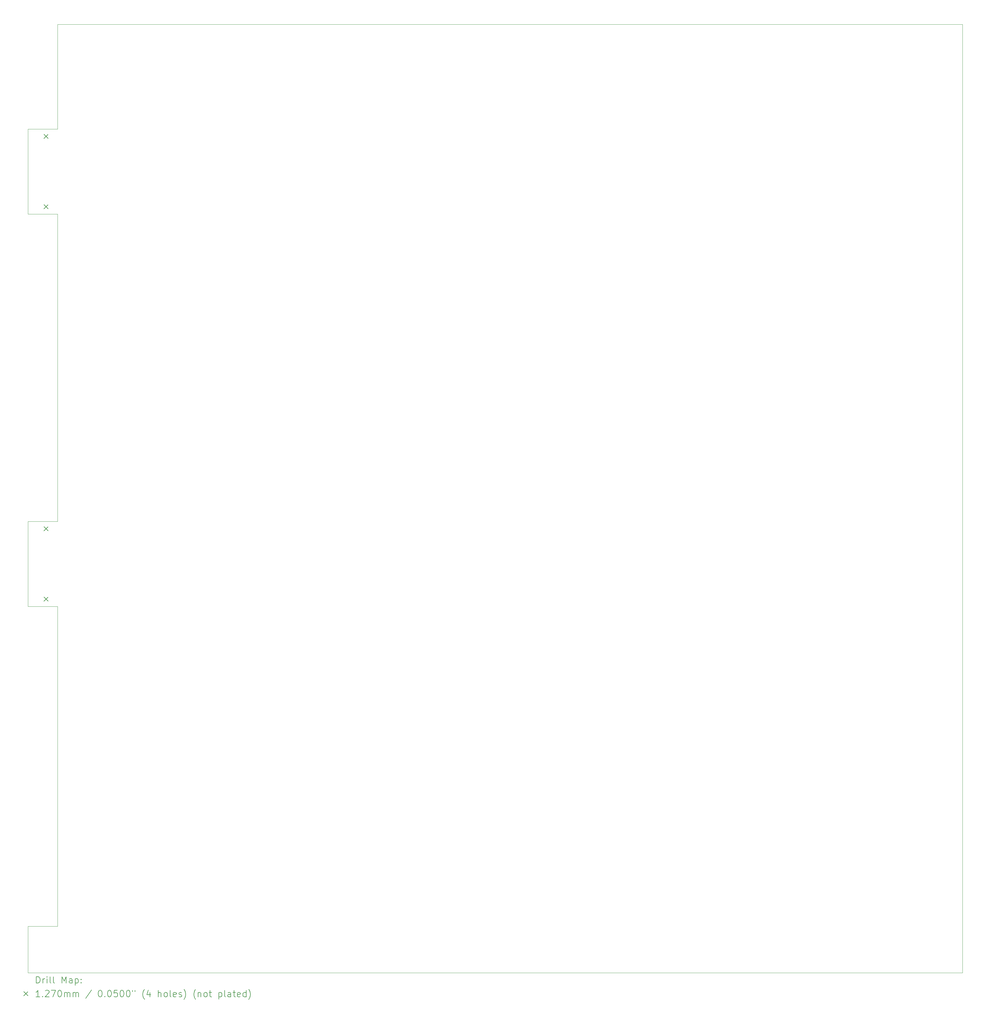
<source format=gbr>
%TF.GenerationSoftware,KiCad,Pcbnew,8.0.2-1*%
%TF.CreationDate,2024-10-14T18:36:12-04:00*%
%TF.ProjectId,EvenLayers_1.3mm_SiPM,4576656e-4c61-4796-9572-735f312e336d,rev?*%
%TF.SameCoordinates,Original*%
%TF.FileFunction,Drillmap*%
%TF.FilePolarity,Positive*%
%FSLAX45Y45*%
G04 Gerber Fmt 4.5, Leading zero omitted, Abs format (unit mm)*
G04 Created by KiCad (PCBNEW 8.0.2-1) date 2024-10-14 18:36:12*
%MOMM*%
%LPD*%
G01*
G04 APERTURE LIST*
%ADD10C,0.050000*%
%ADD11C,0.100000*%
%ADD12C,0.200000*%
%ADD13C,0.127000*%
G04 APERTURE END LIST*
D10*
X6600000Y-21300000D02*
X7500000Y-21300000D01*
X7500000Y-9300000D02*
X6600000Y-9300000D01*
X6600000Y-6700000D02*
X6600000Y-9300000D01*
X6600000Y-32430000D02*
X6600000Y-32500000D01*
X6600000Y-18700000D02*
X7500000Y-18700000D01*
X35200000Y-32500000D02*
X6600000Y-32500000D01*
X7500000Y-3500000D02*
X35200000Y-3500000D01*
X7500000Y-21300000D02*
X7500000Y-31080000D01*
X6600000Y-6700000D02*
X7500000Y-6700000D01*
X6600000Y-31570000D02*
X6600000Y-31080000D01*
X6600000Y-18700000D02*
X6600000Y-21300000D01*
X7500000Y-6700000D02*
X7500000Y-3500000D01*
X35200000Y-3500000D02*
X35200000Y-32500000D01*
X7500000Y-18700000D02*
X7500000Y-9300000D01*
X6600000Y-31080000D02*
X7500000Y-31080000D01*
D11*
X6600000Y-31570000D02*
X6600000Y-32430000D01*
D12*
D13*
X7086500Y-6862000D02*
X7213500Y-6989000D01*
X7213500Y-6862000D02*
X7086500Y-6989000D01*
X7086500Y-9011000D02*
X7213500Y-9138000D01*
X7213500Y-9011000D02*
X7086500Y-9138000D01*
X7086500Y-18862000D02*
X7213500Y-18989000D01*
X7213500Y-18862000D02*
X7086500Y-18989000D01*
X7086500Y-21011000D02*
X7213500Y-21138000D01*
X7213500Y-21011000D02*
X7086500Y-21138000D01*
D12*
X6855777Y-32813984D02*
X6855777Y-32613984D01*
X6855777Y-32613984D02*
X6903396Y-32613984D01*
X6903396Y-32613984D02*
X6931967Y-32623508D01*
X6931967Y-32623508D02*
X6951015Y-32642555D01*
X6951015Y-32642555D02*
X6960539Y-32661603D01*
X6960539Y-32661603D02*
X6970062Y-32699698D01*
X6970062Y-32699698D02*
X6970062Y-32728269D01*
X6970062Y-32728269D02*
X6960539Y-32766365D01*
X6960539Y-32766365D02*
X6951015Y-32785412D01*
X6951015Y-32785412D02*
X6931967Y-32804460D01*
X6931967Y-32804460D02*
X6903396Y-32813984D01*
X6903396Y-32813984D02*
X6855777Y-32813984D01*
X7055777Y-32813984D02*
X7055777Y-32680650D01*
X7055777Y-32718746D02*
X7065301Y-32699698D01*
X7065301Y-32699698D02*
X7074824Y-32690174D01*
X7074824Y-32690174D02*
X7093872Y-32680650D01*
X7093872Y-32680650D02*
X7112920Y-32680650D01*
X7179586Y-32813984D02*
X7179586Y-32680650D01*
X7179586Y-32613984D02*
X7170062Y-32623508D01*
X7170062Y-32623508D02*
X7179586Y-32633031D01*
X7179586Y-32633031D02*
X7189110Y-32623508D01*
X7189110Y-32623508D02*
X7179586Y-32613984D01*
X7179586Y-32613984D02*
X7179586Y-32633031D01*
X7303396Y-32813984D02*
X7284348Y-32804460D01*
X7284348Y-32804460D02*
X7274824Y-32785412D01*
X7274824Y-32785412D02*
X7274824Y-32613984D01*
X7408158Y-32813984D02*
X7389110Y-32804460D01*
X7389110Y-32804460D02*
X7379586Y-32785412D01*
X7379586Y-32785412D02*
X7379586Y-32613984D01*
X7636729Y-32813984D02*
X7636729Y-32613984D01*
X7636729Y-32613984D02*
X7703396Y-32756841D01*
X7703396Y-32756841D02*
X7770062Y-32613984D01*
X7770062Y-32613984D02*
X7770062Y-32813984D01*
X7951015Y-32813984D02*
X7951015Y-32709222D01*
X7951015Y-32709222D02*
X7941491Y-32690174D01*
X7941491Y-32690174D02*
X7922443Y-32680650D01*
X7922443Y-32680650D02*
X7884348Y-32680650D01*
X7884348Y-32680650D02*
X7865301Y-32690174D01*
X7951015Y-32804460D02*
X7931967Y-32813984D01*
X7931967Y-32813984D02*
X7884348Y-32813984D01*
X7884348Y-32813984D02*
X7865301Y-32804460D01*
X7865301Y-32804460D02*
X7855777Y-32785412D01*
X7855777Y-32785412D02*
X7855777Y-32766365D01*
X7855777Y-32766365D02*
X7865301Y-32747317D01*
X7865301Y-32747317D02*
X7884348Y-32737793D01*
X7884348Y-32737793D02*
X7931967Y-32737793D01*
X7931967Y-32737793D02*
X7951015Y-32728269D01*
X8046253Y-32680650D02*
X8046253Y-32880650D01*
X8046253Y-32690174D02*
X8065301Y-32680650D01*
X8065301Y-32680650D02*
X8103396Y-32680650D01*
X8103396Y-32680650D02*
X8122443Y-32690174D01*
X8122443Y-32690174D02*
X8131967Y-32699698D01*
X8131967Y-32699698D02*
X8141491Y-32718746D01*
X8141491Y-32718746D02*
X8141491Y-32775888D01*
X8141491Y-32775888D02*
X8131967Y-32794936D01*
X8131967Y-32794936D02*
X8122443Y-32804460D01*
X8122443Y-32804460D02*
X8103396Y-32813984D01*
X8103396Y-32813984D02*
X8065301Y-32813984D01*
X8065301Y-32813984D02*
X8046253Y-32804460D01*
X8227205Y-32794936D02*
X8236729Y-32804460D01*
X8236729Y-32804460D02*
X8227205Y-32813984D01*
X8227205Y-32813984D02*
X8217682Y-32804460D01*
X8217682Y-32804460D02*
X8227205Y-32794936D01*
X8227205Y-32794936D02*
X8227205Y-32813984D01*
X8227205Y-32690174D02*
X8236729Y-32699698D01*
X8236729Y-32699698D02*
X8227205Y-32709222D01*
X8227205Y-32709222D02*
X8217682Y-32699698D01*
X8217682Y-32699698D02*
X8227205Y-32690174D01*
X8227205Y-32690174D02*
X8227205Y-32709222D01*
D13*
X6468000Y-33079000D02*
X6595000Y-33206000D01*
X6595000Y-33079000D02*
X6468000Y-33206000D01*
D12*
X6960539Y-33233984D02*
X6846253Y-33233984D01*
X6903396Y-33233984D02*
X6903396Y-33033984D01*
X6903396Y-33033984D02*
X6884348Y-33062555D01*
X6884348Y-33062555D02*
X6865301Y-33081603D01*
X6865301Y-33081603D02*
X6846253Y-33091127D01*
X7046253Y-33214936D02*
X7055777Y-33224460D01*
X7055777Y-33224460D02*
X7046253Y-33233984D01*
X7046253Y-33233984D02*
X7036729Y-33224460D01*
X7036729Y-33224460D02*
X7046253Y-33214936D01*
X7046253Y-33214936D02*
X7046253Y-33233984D01*
X7131967Y-33053031D02*
X7141491Y-33043508D01*
X7141491Y-33043508D02*
X7160539Y-33033984D01*
X7160539Y-33033984D02*
X7208158Y-33033984D01*
X7208158Y-33033984D02*
X7227205Y-33043508D01*
X7227205Y-33043508D02*
X7236729Y-33053031D01*
X7236729Y-33053031D02*
X7246253Y-33072079D01*
X7246253Y-33072079D02*
X7246253Y-33091127D01*
X7246253Y-33091127D02*
X7236729Y-33119698D01*
X7236729Y-33119698D02*
X7122443Y-33233984D01*
X7122443Y-33233984D02*
X7246253Y-33233984D01*
X7312920Y-33033984D02*
X7446253Y-33033984D01*
X7446253Y-33033984D02*
X7360539Y-33233984D01*
X7560539Y-33033984D02*
X7579586Y-33033984D01*
X7579586Y-33033984D02*
X7598634Y-33043508D01*
X7598634Y-33043508D02*
X7608158Y-33053031D01*
X7608158Y-33053031D02*
X7617682Y-33072079D01*
X7617682Y-33072079D02*
X7627205Y-33110174D01*
X7627205Y-33110174D02*
X7627205Y-33157793D01*
X7627205Y-33157793D02*
X7617682Y-33195888D01*
X7617682Y-33195888D02*
X7608158Y-33214936D01*
X7608158Y-33214936D02*
X7598634Y-33224460D01*
X7598634Y-33224460D02*
X7579586Y-33233984D01*
X7579586Y-33233984D02*
X7560539Y-33233984D01*
X7560539Y-33233984D02*
X7541491Y-33224460D01*
X7541491Y-33224460D02*
X7531967Y-33214936D01*
X7531967Y-33214936D02*
X7522443Y-33195888D01*
X7522443Y-33195888D02*
X7512920Y-33157793D01*
X7512920Y-33157793D02*
X7512920Y-33110174D01*
X7512920Y-33110174D02*
X7522443Y-33072079D01*
X7522443Y-33072079D02*
X7531967Y-33053031D01*
X7531967Y-33053031D02*
X7541491Y-33043508D01*
X7541491Y-33043508D02*
X7560539Y-33033984D01*
X7712920Y-33233984D02*
X7712920Y-33100650D01*
X7712920Y-33119698D02*
X7722443Y-33110174D01*
X7722443Y-33110174D02*
X7741491Y-33100650D01*
X7741491Y-33100650D02*
X7770063Y-33100650D01*
X7770063Y-33100650D02*
X7789110Y-33110174D01*
X7789110Y-33110174D02*
X7798634Y-33129222D01*
X7798634Y-33129222D02*
X7798634Y-33233984D01*
X7798634Y-33129222D02*
X7808158Y-33110174D01*
X7808158Y-33110174D02*
X7827205Y-33100650D01*
X7827205Y-33100650D02*
X7855777Y-33100650D01*
X7855777Y-33100650D02*
X7874824Y-33110174D01*
X7874824Y-33110174D02*
X7884348Y-33129222D01*
X7884348Y-33129222D02*
X7884348Y-33233984D01*
X7979586Y-33233984D02*
X7979586Y-33100650D01*
X7979586Y-33119698D02*
X7989110Y-33110174D01*
X7989110Y-33110174D02*
X8008158Y-33100650D01*
X8008158Y-33100650D02*
X8036729Y-33100650D01*
X8036729Y-33100650D02*
X8055777Y-33110174D01*
X8055777Y-33110174D02*
X8065301Y-33129222D01*
X8065301Y-33129222D02*
X8065301Y-33233984D01*
X8065301Y-33129222D02*
X8074824Y-33110174D01*
X8074824Y-33110174D02*
X8093872Y-33100650D01*
X8093872Y-33100650D02*
X8122443Y-33100650D01*
X8122443Y-33100650D02*
X8141491Y-33110174D01*
X8141491Y-33110174D02*
X8151015Y-33129222D01*
X8151015Y-33129222D02*
X8151015Y-33233984D01*
X8541491Y-33024460D02*
X8370063Y-33281603D01*
X8798634Y-33033984D02*
X8817682Y-33033984D01*
X8817682Y-33033984D02*
X8836729Y-33043508D01*
X8836729Y-33043508D02*
X8846253Y-33053031D01*
X8846253Y-33053031D02*
X8855777Y-33072079D01*
X8855777Y-33072079D02*
X8865301Y-33110174D01*
X8865301Y-33110174D02*
X8865301Y-33157793D01*
X8865301Y-33157793D02*
X8855777Y-33195888D01*
X8855777Y-33195888D02*
X8846253Y-33214936D01*
X8846253Y-33214936D02*
X8836729Y-33224460D01*
X8836729Y-33224460D02*
X8817682Y-33233984D01*
X8817682Y-33233984D02*
X8798634Y-33233984D01*
X8798634Y-33233984D02*
X8779587Y-33224460D01*
X8779587Y-33224460D02*
X8770063Y-33214936D01*
X8770063Y-33214936D02*
X8760539Y-33195888D01*
X8760539Y-33195888D02*
X8751015Y-33157793D01*
X8751015Y-33157793D02*
X8751015Y-33110174D01*
X8751015Y-33110174D02*
X8760539Y-33072079D01*
X8760539Y-33072079D02*
X8770063Y-33053031D01*
X8770063Y-33053031D02*
X8779587Y-33043508D01*
X8779587Y-33043508D02*
X8798634Y-33033984D01*
X8951015Y-33214936D02*
X8960539Y-33224460D01*
X8960539Y-33224460D02*
X8951015Y-33233984D01*
X8951015Y-33233984D02*
X8941491Y-33224460D01*
X8941491Y-33224460D02*
X8951015Y-33214936D01*
X8951015Y-33214936D02*
X8951015Y-33233984D01*
X9084348Y-33033984D02*
X9103396Y-33033984D01*
X9103396Y-33033984D02*
X9122444Y-33043508D01*
X9122444Y-33043508D02*
X9131968Y-33053031D01*
X9131968Y-33053031D02*
X9141491Y-33072079D01*
X9141491Y-33072079D02*
X9151015Y-33110174D01*
X9151015Y-33110174D02*
X9151015Y-33157793D01*
X9151015Y-33157793D02*
X9141491Y-33195888D01*
X9141491Y-33195888D02*
X9131968Y-33214936D01*
X9131968Y-33214936D02*
X9122444Y-33224460D01*
X9122444Y-33224460D02*
X9103396Y-33233984D01*
X9103396Y-33233984D02*
X9084348Y-33233984D01*
X9084348Y-33233984D02*
X9065301Y-33224460D01*
X9065301Y-33224460D02*
X9055777Y-33214936D01*
X9055777Y-33214936D02*
X9046253Y-33195888D01*
X9046253Y-33195888D02*
X9036729Y-33157793D01*
X9036729Y-33157793D02*
X9036729Y-33110174D01*
X9036729Y-33110174D02*
X9046253Y-33072079D01*
X9046253Y-33072079D02*
X9055777Y-33053031D01*
X9055777Y-33053031D02*
X9065301Y-33043508D01*
X9065301Y-33043508D02*
X9084348Y-33033984D01*
X9331968Y-33033984D02*
X9236729Y-33033984D01*
X9236729Y-33033984D02*
X9227206Y-33129222D01*
X9227206Y-33129222D02*
X9236729Y-33119698D01*
X9236729Y-33119698D02*
X9255777Y-33110174D01*
X9255777Y-33110174D02*
X9303396Y-33110174D01*
X9303396Y-33110174D02*
X9322444Y-33119698D01*
X9322444Y-33119698D02*
X9331968Y-33129222D01*
X9331968Y-33129222D02*
X9341491Y-33148269D01*
X9341491Y-33148269D02*
X9341491Y-33195888D01*
X9341491Y-33195888D02*
X9331968Y-33214936D01*
X9331968Y-33214936D02*
X9322444Y-33224460D01*
X9322444Y-33224460D02*
X9303396Y-33233984D01*
X9303396Y-33233984D02*
X9255777Y-33233984D01*
X9255777Y-33233984D02*
X9236729Y-33224460D01*
X9236729Y-33224460D02*
X9227206Y-33214936D01*
X9465301Y-33033984D02*
X9484349Y-33033984D01*
X9484349Y-33033984D02*
X9503396Y-33043508D01*
X9503396Y-33043508D02*
X9512920Y-33053031D01*
X9512920Y-33053031D02*
X9522444Y-33072079D01*
X9522444Y-33072079D02*
X9531968Y-33110174D01*
X9531968Y-33110174D02*
X9531968Y-33157793D01*
X9531968Y-33157793D02*
X9522444Y-33195888D01*
X9522444Y-33195888D02*
X9512920Y-33214936D01*
X9512920Y-33214936D02*
X9503396Y-33224460D01*
X9503396Y-33224460D02*
X9484349Y-33233984D01*
X9484349Y-33233984D02*
X9465301Y-33233984D01*
X9465301Y-33233984D02*
X9446253Y-33224460D01*
X9446253Y-33224460D02*
X9436729Y-33214936D01*
X9436729Y-33214936D02*
X9427206Y-33195888D01*
X9427206Y-33195888D02*
X9417682Y-33157793D01*
X9417682Y-33157793D02*
X9417682Y-33110174D01*
X9417682Y-33110174D02*
X9427206Y-33072079D01*
X9427206Y-33072079D02*
X9436729Y-33053031D01*
X9436729Y-33053031D02*
X9446253Y-33043508D01*
X9446253Y-33043508D02*
X9465301Y-33033984D01*
X9655777Y-33033984D02*
X9674825Y-33033984D01*
X9674825Y-33033984D02*
X9693872Y-33043508D01*
X9693872Y-33043508D02*
X9703396Y-33053031D01*
X9703396Y-33053031D02*
X9712920Y-33072079D01*
X9712920Y-33072079D02*
X9722444Y-33110174D01*
X9722444Y-33110174D02*
X9722444Y-33157793D01*
X9722444Y-33157793D02*
X9712920Y-33195888D01*
X9712920Y-33195888D02*
X9703396Y-33214936D01*
X9703396Y-33214936D02*
X9693872Y-33224460D01*
X9693872Y-33224460D02*
X9674825Y-33233984D01*
X9674825Y-33233984D02*
X9655777Y-33233984D01*
X9655777Y-33233984D02*
X9636729Y-33224460D01*
X9636729Y-33224460D02*
X9627206Y-33214936D01*
X9627206Y-33214936D02*
X9617682Y-33195888D01*
X9617682Y-33195888D02*
X9608158Y-33157793D01*
X9608158Y-33157793D02*
X9608158Y-33110174D01*
X9608158Y-33110174D02*
X9617682Y-33072079D01*
X9617682Y-33072079D02*
X9627206Y-33053031D01*
X9627206Y-33053031D02*
X9636729Y-33043508D01*
X9636729Y-33043508D02*
X9655777Y-33033984D01*
X9798634Y-33033984D02*
X9798634Y-33072079D01*
X9874825Y-33033984D02*
X9874825Y-33072079D01*
X10170063Y-33310174D02*
X10160539Y-33300650D01*
X10160539Y-33300650D02*
X10141491Y-33272079D01*
X10141491Y-33272079D02*
X10131968Y-33253031D01*
X10131968Y-33253031D02*
X10122444Y-33224460D01*
X10122444Y-33224460D02*
X10112920Y-33176841D01*
X10112920Y-33176841D02*
X10112920Y-33138746D01*
X10112920Y-33138746D02*
X10122444Y-33091127D01*
X10122444Y-33091127D02*
X10131968Y-33062555D01*
X10131968Y-33062555D02*
X10141491Y-33043508D01*
X10141491Y-33043508D02*
X10160539Y-33014936D01*
X10160539Y-33014936D02*
X10170063Y-33005412D01*
X10331968Y-33100650D02*
X10331968Y-33233984D01*
X10284349Y-33024460D02*
X10236730Y-33167317D01*
X10236730Y-33167317D02*
X10360539Y-33167317D01*
X10589111Y-33233984D02*
X10589111Y-33033984D01*
X10674825Y-33233984D02*
X10674825Y-33129222D01*
X10674825Y-33129222D02*
X10665301Y-33110174D01*
X10665301Y-33110174D02*
X10646253Y-33100650D01*
X10646253Y-33100650D02*
X10617682Y-33100650D01*
X10617682Y-33100650D02*
X10598634Y-33110174D01*
X10598634Y-33110174D02*
X10589111Y-33119698D01*
X10798634Y-33233984D02*
X10779587Y-33224460D01*
X10779587Y-33224460D02*
X10770063Y-33214936D01*
X10770063Y-33214936D02*
X10760539Y-33195888D01*
X10760539Y-33195888D02*
X10760539Y-33138746D01*
X10760539Y-33138746D02*
X10770063Y-33119698D01*
X10770063Y-33119698D02*
X10779587Y-33110174D01*
X10779587Y-33110174D02*
X10798634Y-33100650D01*
X10798634Y-33100650D02*
X10827206Y-33100650D01*
X10827206Y-33100650D02*
X10846253Y-33110174D01*
X10846253Y-33110174D02*
X10855777Y-33119698D01*
X10855777Y-33119698D02*
X10865301Y-33138746D01*
X10865301Y-33138746D02*
X10865301Y-33195888D01*
X10865301Y-33195888D02*
X10855777Y-33214936D01*
X10855777Y-33214936D02*
X10846253Y-33224460D01*
X10846253Y-33224460D02*
X10827206Y-33233984D01*
X10827206Y-33233984D02*
X10798634Y-33233984D01*
X10979587Y-33233984D02*
X10960539Y-33224460D01*
X10960539Y-33224460D02*
X10951015Y-33205412D01*
X10951015Y-33205412D02*
X10951015Y-33033984D01*
X11131968Y-33224460D02*
X11112920Y-33233984D01*
X11112920Y-33233984D02*
X11074825Y-33233984D01*
X11074825Y-33233984D02*
X11055777Y-33224460D01*
X11055777Y-33224460D02*
X11046253Y-33205412D01*
X11046253Y-33205412D02*
X11046253Y-33129222D01*
X11046253Y-33129222D02*
X11055777Y-33110174D01*
X11055777Y-33110174D02*
X11074825Y-33100650D01*
X11074825Y-33100650D02*
X11112920Y-33100650D01*
X11112920Y-33100650D02*
X11131968Y-33110174D01*
X11131968Y-33110174D02*
X11141492Y-33129222D01*
X11141492Y-33129222D02*
X11141492Y-33148269D01*
X11141492Y-33148269D02*
X11046253Y-33167317D01*
X11217682Y-33224460D02*
X11236730Y-33233984D01*
X11236730Y-33233984D02*
X11274825Y-33233984D01*
X11274825Y-33233984D02*
X11293872Y-33224460D01*
X11293872Y-33224460D02*
X11303396Y-33205412D01*
X11303396Y-33205412D02*
X11303396Y-33195888D01*
X11303396Y-33195888D02*
X11293872Y-33176841D01*
X11293872Y-33176841D02*
X11274825Y-33167317D01*
X11274825Y-33167317D02*
X11246253Y-33167317D01*
X11246253Y-33167317D02*
X11227206Y-33157793D01*
X11227206Y-33157793D02*
X11217682Y-33138746D01*
X11217682Y-33138746D02*
X11217682Y-33129222D01*
X11217682Y-33129222D02*
X11227206Y-33110174D01*
X11227206Y-33110174D02*
X11246253Y-33100650D01*
X11246253Y-33100650D02*
X11274825Y-33100650D01*
X11274825Y-33100650D02*
X11293872Y-33110174D01*
X11370063Y-33310174D02*
X11379587Y-33300650D01*
X11379587Y-33300650D02*
X11398634Y-33272079D01*
X11398634Y-33272079D02*
X11408158Y-33253031D01*
X11408158Y-33253031D02*
X11417682Y-33224460D01*
X11417682Y-33224460D02*
X11427206Y-33176841D01*
X11427206Y-33176841D02*
X11427206Y-33138746D01*
X11427206Y-33138746D02*
X11417682Y-33091127D01*
X11417682Y-33091127D02*
X11408158Y-33062555D01*
X11408158Y-33062555D02*
X11398634Y-33043508D01*
X11398634Y-33043508D02*
X11379587Y-33014936D01*
X11379587Y-33014936D02*
X11370063Y-33005412D01*
X11731968Y-33310174D02*
X11722444Y-33300650D01*
X11722444Y-33300650D02*
X11703396Y-33272079D01*
X11703396Y-33272079D02*
X11693872Y-33253031D01*
X11693872Y-33253031D02*
X11684349Y-33224460D01*
X11684349Y-33224460D02*
X11674825Y-33176841D01*
X11674825Y-33176841D02*
X11674825Y-33138746D01*
X11674825Y-33138746D02*
X11684349Y-33091127D01*
X11684349Y-33091127D02*
X11693872Y-33062555D01*
X11693872Y-33062555D02*
X11703396Y-33043508D01*
X11703396Y-33043508D02*
X11722444Y-33014936D01*
X11722444Y-33014936D02*
X11731968Y-33005412D01*
X11808158Y-33100650D02*
X11808158Y-33233984D01*
X11808158Y-33119698D02*
X11817682Y-33110174D01*
X11817682Y-33110174D02*
X11836730Y-33100650D01*
X11836730Y-33100650D02*
X11865301Y-33100650D01*
X11865301Y-33100650D02*
X11884349Y-33110174D01*
X11884349Y-33110174D02*
X11893872Y-33129222D01*
X11893872Y-33129222D02*
X11893872Y-33233984D01*
X12017682Y-33233984D02*
X11998634Y-33224460D01*
X11998634Y-33224460D02*
X11989111Y-33214936D01*
X11989111Y-33214936D02*
X11979587Y-33195888D01*
X11979587Y-33195888D02*
X11979587Y-33138746D01*
X11979587Y-33138746D02*
X11989111Y-33119698D01*
X11989111Y-33119698D02*
X11998634Y-33110174D01*
X11998634Y-33110174D02*
X12017682Y-33100650D01*
X12017682Y-33100650D02*
X12046253Y-33100650D01*
X12046253Y-33100650D02*
X12065301Y-33110174D01*
X12065301Y-33110174D02*
X12074825Y-33119698D01*
X12074825Y-33119698D02*
X12084349Y-33138746D01*
X12084349Y-33138746D02*
X12084349Y-33195888D01*
X12084349Y-33195888D02*
X12074825Y-33214936D01*
X12074825Y-33214936D02*
X12065301Y-33224460D01*
X12065301Y-33224460D02*
X12046253Y-33233984D01*
X12046253Y-33233984D02*
X12017682Y-33233984D01*
X12141492Y-33100650D02*
X12217682Y-33100650D01*
X12170063Y-33033984D02*
X12170063Y-33205412D01*
X12170063Y-33205412D02*
X12179587Y-33224460D01*
X12179587Y-33224460D02*
X12198634Y-33233984D01*
X12198634Y-33233984D02*
X12217682Y-33233984D01*
X12436730Y-33100650D02*
X12436730Y-33300650D01*
X12436730Y-33110174D02*
X12455777Y-33100650D01*
X12455777Y-33100650D02*
X12493873Y-33100650D01*
X12493873Y-33100650D02*
X12512920Y-33110174D01*
X12512920Y-33110174D02*
X12522444Y-33119698D01*
X12522444Y-33119698D02*
X12531968Y-33138746D01*
X12531968Y-33138746D02*
X12531968Y-33195888D01*
X12531968Y-33195888D02*
X12522444Y-33214936D01*
X12522444Y-33214936D02*
X12512920Y-33224460D01*
X12512920Y-33224460D02*
X12493873Y-33233984D01*
X12493873Y-33233984D02*
X12455777Y-33233984D01*
X12455777Y-33233984D02*
X12436730Y-33224460D01*
X12646253Y-33233984D02*
X12627206Y-33224460D01*
X12627206Y-33224460D02*
X12617682Y-33205412D01*
X12617682Y-33205412D02*
X12617682Y-33033984D01*
X12808158Y-33233984D02*
X12808158Y-33129222D01*
X12808158Y-33129222D02*
X12798634Y-33110174D01*
X12798634Y-33110174D02*
X12779587Y-33100650D01*
X12779587Y-33100650D02*
X12741492Y-33100650D01*
X12741492Y-33100650D02*
X12722444Y-33110174D01*
X12808158Y-33224460D02*
X12789111Y-33233984D01*
X12789111Y-33233984D02*
X12741492Y-33233984D01*
X12741492Y-33233984D02*
X12722444Y-33224460D01*
X12722444Y-33224460D02*
X12712920Y-33205412D01*
X12712920Y-33205412D02*
X12712920Y-33186365D01*
X12712920Y-33186365D02*
X12722444Y-33167317D01*
X12722444Y-33167317D02*
X12741492Y-33157793D01*
X12741492Y-33157793D02*
X12789111Y-33157793D01*
X12789111Y-33157793D02*
X12808158Y-33148269D01*
X12874825Y-33100650D02*
X12951015Y-33100650D01*
X12903396Y-33033984D02*
X12903396Y-33205412D01*
X12903396Y-33205412D02*
X12912920Y-33224460D01*
X12912920Y-33224460D02*
X12931968Y-33233984D01*
X12931968Y-33233984D02*
X12951015Y-33233984D01*
X13093873Y-33224460D02*
X13074825Y-33233984D01*
X13074825Y-33233984D02*
X13036730Y-33233984D01*
X13036730Y-33233984D02*
X13017682Y-33224460D01*
X13017682Y-33224460D02*
X13008158Y-33205412D01*
X13008158Y-33205412D02*
X13008158Y-33129222D01*
X13008158Y-33129222D02*
X13017682Y-33110174D01*
X13017682Y-33110174D02*
X13036730Y-33100650D01*
X13036730Y-33100650D02*
X13074825Y-33100650D01*
X13074825Y-33100650D02*
X13093873Y-33110174D01*
X13093873Y-33110174D02*
X13103396Y-33129222D01*
X13103396Y-33129222D02*
X13103396Y-33148269D01*
X13103396Y-33148269D02*
X13008158Y-33167317D01*
X13274825Y-33233984D02*
X13274825Y-33033984D01*
X13274825Y-33224460D02*
X13255777Y-33233984D01*
X13255777Y-33233984D02*
X13217682Y-33233984D01*
X13217682Y-33233984D02*
X13198634Y-33224460D01*
X13198634Y-33224460D02*
X13189111Y-33214936D01*
X13189111Y-33214936D02*
X13179587Y-33195888D01*
X13179587Y-33195888D02*
X13179587Y-33138746D01*
X13179587Y-33138746D02*
X13189111Y-33119698D01*
X13189111Y-33119698D02*
X13198634Y-33110174D01*
X13198634Y-33110174D02*
X13217682Y-33100650D01*
X13217682Y-33100650D02*
X13255777Y-33100650D01*
X13255777Y-33100650D02*
X13274825Y-33110174D01*
X13351015Y-33310174D02*
X13360539Y-33300650D01*
X13360539Y-33300650D02*
X13379587Y-33272079D01*
X13379587Y-33272079D02*
X13389111Y-33253031D01*
X13389111Y-33253031D02*
X13398634Y-33224460D01*
X13398634Y-33224460D02*
X13408158Y-33176841D01*
X13408158Y-33176841D02*
X13408158Y-33138746D01*
X13408158Y-33138746D02*
X13398634Y-33091127D01*
X13398634Y-33091127D02*
X13389111Y-33062555D01*
X13389111Y-33062555D02*
X13379587Y-33043508D01*
X13379587Y-33043508D02*
X13360539Y-33014936D01*
X13360539Y-33014936D02*
X13351015Y-33005412D01*
M02*

</source>
